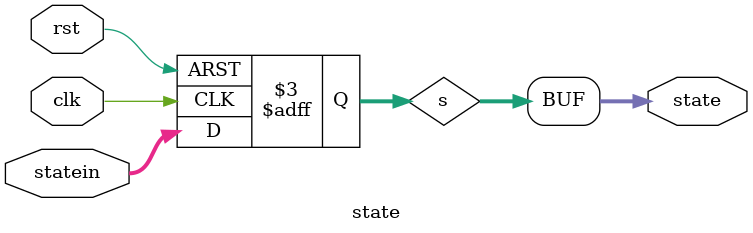
<source format=v>
`timescale 1ns / 1ps
module state(
input clk,
input rst,
input [4:0]statein,
output [4:0]state
    );
reg [4:0]s;
always @(posedge clk or posedge rst)begin
	if(rst==1)s<=0;
	else s<=statein;
end
assign state=s;	

endmodule

</source>
